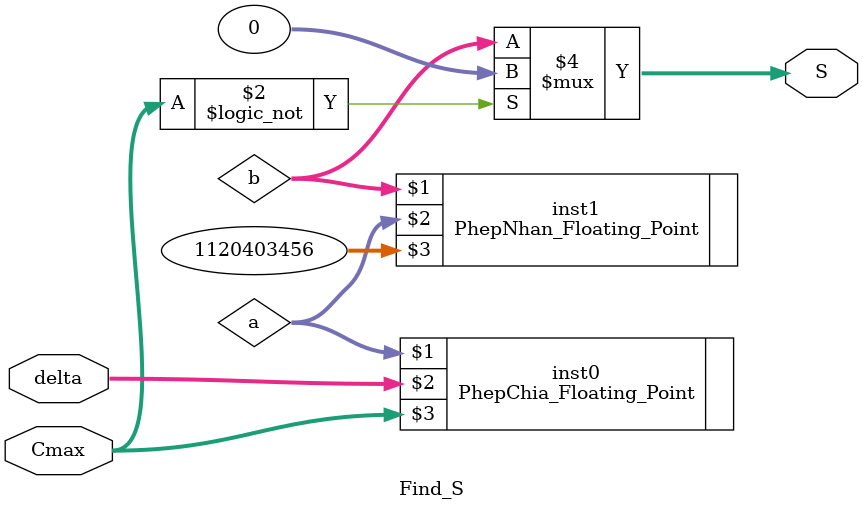
<source format=v>
module Find_S (S, Cmax, delta);
output reg [31:0] S;
input [31:0] Cmax, delta;
wire [31:0] a, b;

PhepChia_Floating_Point inst0(a, delta, Cmax);
PhepNhan_Floating_Point inst1(b, a, 32'h42C80000);

always @(*) begin
	if(Cmax == 32'd0) S = 32'd0;
	else S = b;
end

endmodule

</source>
